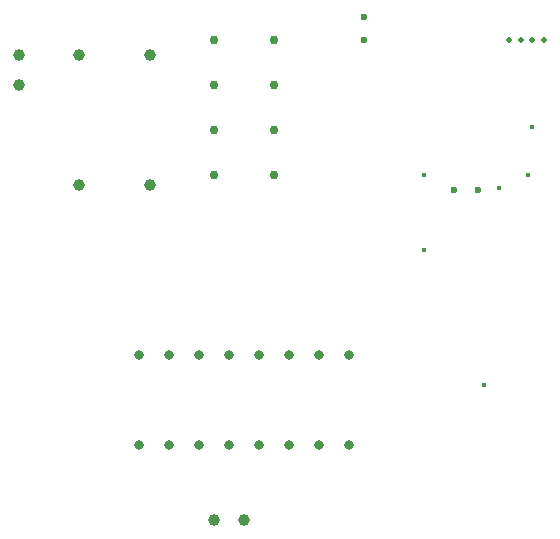
<source format=gbr>
%TF.GenerationSoftware,KiCad,Pcbnew,(5.0.0)*%
%TF.CreationDate,2022-12-04T20:10:29-03:00*%
%TF.ProjectId,Projeto final,50726F6A65746F2066696E616C2E6B69,rev?*%
%TF.SameCoordinates,Original*%
%TF.FileFunction,Plated,1,2,PTH,Drill*%
%TF.FilePolarity,Positive*%
%FSLAX46Y46*%
G04 Gerber Fmt 4.6, Leading zero omitted, Abs format (unit mm)*
G04 Created by KiCad (PCBNEW (5.0.0)) date 12/04/22 20:10:29*
%MOMM*%
%LPD*%
G01*
G04 APERTURE LIST*
%TA.AperFunction,ViaDrill*%
%ADD10C,0.400000*%
%TD*%
%TA.AperFunction,ComponentDrill*%
%ADD11C,0.500000*%
%TD*%
%TA.AperFunction,ComponentDrill*%
%ADD12C,0.600000*%
%TD*%
%TA.AperFunction,ComponentDrill*%
%ADD13C,0.750000*%
%TD*%
%TA.AperFunction,ComponentDrill*%
%ADD14C,0.800000*%
%TD*%
%TA.AperFunction,ComponentDrill*%
%ADD15C,1.000000*%
%TD*%
G04 APERTURE END LIST*
D10*
X143560000Y-92860000D03*
X143560000Y-99210000D03*
X148640000Y-110640000D03*
X149910000Y-93940000D03*
X152340000Y-92860000D03*
X152720000Y-88780000D03*
D11*
%TO.C,J4*%
X150720000Y-81430000D03*
X151720000Y-81430000D03*
X152720000Y-81430000D03*
X153720000Y-81430000D03*
D12*
%TO.C,C1*%
X138480000Y-79430000D03*
X138480000Y-81430000D03*
%TO.C,C2*%
X146100000Y-94130000D03*
X148100000Y-94130000D03*
D13*
%TO.C,D2*%
X125780000Y-89050000D03*
X130860000Y-89050000D03*
%TO.C,D4*%
X125780000Y-81430000D03*
X130860000Y-81430000D03*
%TO.C,D1*%
X125780000Y-92860000D03*
X130860000Y-92860000D03*
%TO.C,D3*%
X125780000Y-85240000D03*
X130860000Y-85240000D03*
D14*
%TO.C,U5*%
X119430000Y-108100000D03*
X119430000Y-115720000D03*
X121970000Y-108100000D03*
X121970000Y-115720000D03*
X124510000Y-108100000D03*
X124510000Y-115720000D03*
X127050000Y-108100000D03*
X127050000Y-115720000D03*
X129590000Y-108100000D03*
X129590000Y-115720000D03*
X132130000Y-108100000D03*
X132130000Y-115720000D03*
X134670000Y-108100000D03*
X134670000Y-115720000D03*
X137210000Y-108100000D03*
X137210000Y-115720000D03*
D15*
%TO.C,J2*%
X125780000Y-122070000D03*
X128320000Y-122070000D03*
%TO.C,J1*%
X109270000Y-82700000D03*
X109270000Y-85240000D03*
%TO.C,T1*%
X114350000Y-82700000D03*
X114350000Y-93700000D03*
X120350000Y-82700000D03*
X120350000Y-93700000D03*
M02*

</source>
